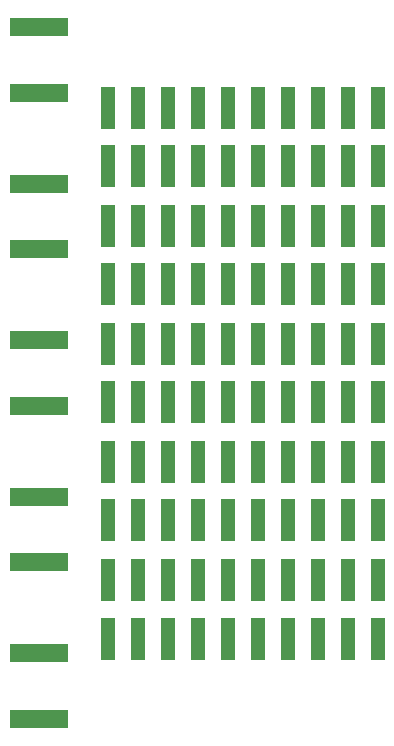
<source format=gtp>
G04*
G04 #@! TF.GenerationSoftware,Altium Limited,Altium Designer,21.1.0 (24)*
G04*
G04 Layer_Color=8421504*
%FSLAX44Y44*%
%MOMM*%
G71*
G04*
G04 #@! TF.SameCoordinates,BAFAB9C6-4635-4B56-BF62-033A307C6E1E*
G04*
G04*
G04 #@! TF.FilePolarity,Positive*
G04*
G01*
G75*
%ADD12R,5.0000X1.6000*%
%ADD13R,1.2700X3.6800*%
D12*
X-152400Y419800D02*
D03*
Y475200D02*
D03*
Y552300D02*
D03*
Y607700D02*
D03*
Y22300D02*
D03*
Y77700D02*
D03*
Y154800D02*
D03*
Y210200D02*
D03*
Y287300D02*
D03*
Y342700D02*
D03*
D13*
X108900Y539750D02*
D03*
X83500D02*
D03*
X58100D02*
D03*
X32700D02*
D03*
X7300D02*
D03*
X-18100D02*
D03*
X-43500D02*
D03*
X-68900D02*
D03*
X-94300D02*
D03*
X134300D02*
D03*
Y490250D02*
D03*
X108900D02*
D03*
X83500D02*
D03*
X58100D02*
D03*
X32700D02*
D03*
X7300D02*
D03*
X-18100D02*
D03*
X-43500D02*
D03*
X-68900D02*
D03*
X-94300D02*
D03*
X108900Y339750D02*
D03*
X83500D02*
D03*
X58100D02*
D03*
X32700D02*
D03*
X7300D02*
D03*
X-18100D02*
D03*
X-43500D02*
D03*
X-68900D02*
D03*
X-94300D02*
D03*
X134300D02*
D03*
Y290250D02*
D03*
X108900D02*
D03*
X83500D02*
D03*
X58100D02*
D03*
X32700D02*
D03*
X7300D02*
D03*
X-18100D02*
D03*
X-43500D02*
D03*
X-68900D02*
D03*
X-94300D02*
D03*
X108900Y239750D02*
D03*
X83500D02*
D03*
X58100D02*
D03*
X32700D02*
D03*
X7300D02*
D03*
X-18100D02*
D03*
X-43500D02*
D03*
X-68900D02*
D03*
X-94300D02*
D03*
X134300D02*
D03*
Y190250D02*
D03*
X108900D02*
D03*
X83500D02*
D03*
X58100D02*
D03*
X32700D02*
D03*
X7300D02*
D03*
X-18100D02*
D03*
X-43500D02*
D03*
X-68900D02*
D03*
X-94300D02*
D03*
X108900Y139750D02*
D03*
X83500D02*
D03*
X58100D02*
D03*
X32700D02*
D03*
X7300D02*
D03*
X-18100D02*
D03*
X-43500D02*
D03*
X-68900D02*
D03*
X-94300D02*
D03*
X134300D02*
D03*
Y90250D02*
D03*
X108900D02*
D03*
X83500D02*
D03*
X58100D02*
D03*
X32700D02*
D03*
X7300D02*
D03*
X-18100D02*
D03*
X-43500D02*
D03*
X-68900D02*
D03*
X-94300D02*
D03*
X108900Y439750D02*
D03*
X83500D02*
D03*
X58100D02*
D03*
X32700D02*
D03*
X7300D02*
D03*
X-18100D02*
D03*
X-43500D02*
D03*
X-68900D02*
D03*
X-94300D02*
D03*
X134300D02*
D03*
Y390250D02*
D03*
X108900D02*
D03*
X83500D02*
D03*
X58100D02*
D03*
X32700D02*
D03*
X7300D02*
D03*
X-18100D02*
D03*
X-43500D02*
D03*
X-68900D02*
D03*
X-94300D02*
D03*
M02*

</source>
